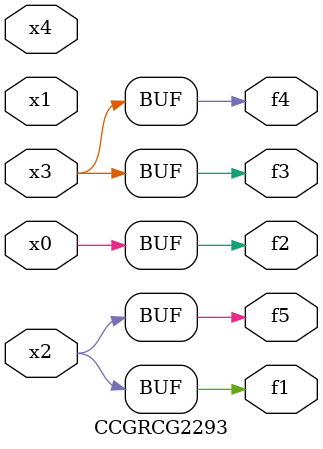
<source format=v>
module CCGRCG2293(
	input x0, x1, x2, x3, x4,
	output f1, f2, f3, f4, f5
);
	assign f1 = x2;
	assign f2 = x0;
	assign f3 = x3;
	assign f4 = x3;
	assign f5 = x2;
endmodule

</source>
